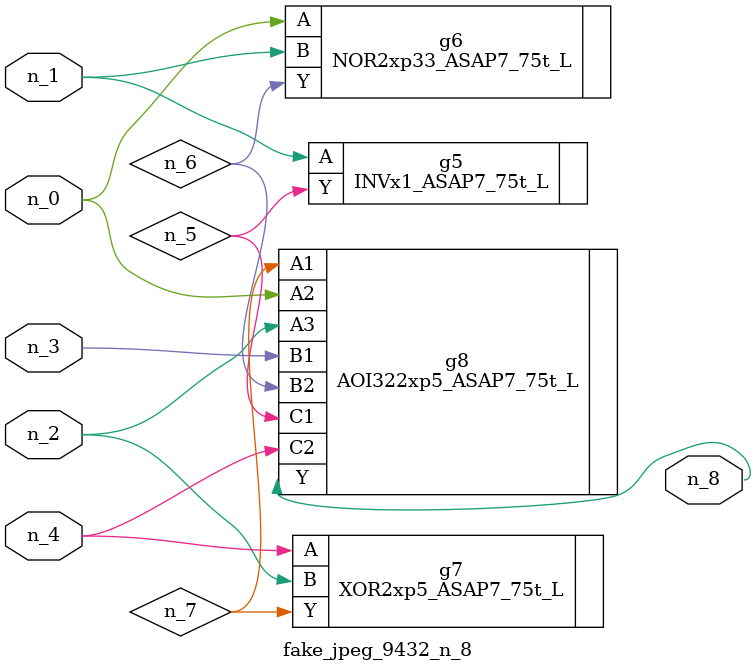
<source format=v>
module fake_jpeg_9432_n_8 (n_3, n_2, n_1, n_0, n_4, n_8);

input n_3;
input n_2;
input n_1;
input n_0;
input n_4;

output n_8;

wire n_6;
wire n_5;
wire n_7;

INVx1_ASAP7_75t_L g5 ( 
.A(n_1),
.Y(n_5)
);

NOR2xp33_ASAP7_75t_L g6 ( 
.A(n_0),
.B(n_1),
.Y(n_6)
);

XOR2xp5_ASAP7_75t_L g7 ( 
.A(n_4),
.B(n_2),
.Y(n_7)
);

AOI322xp5_ASAP7_75t_L g8 ( 
.A1(n_7),
.A2(n_0),
.A3(n_2),
.B1(n_3),
.B2(n_6),
.C1(n_5),
.C2(n_4),
.Y(n_8)
);


endmodule
</source>
